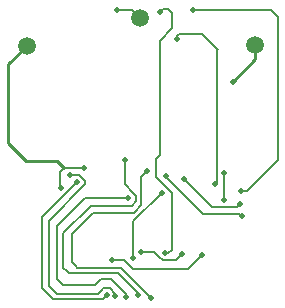
<source format=gbr>
%TF.GenerationSoftware,KiCad,Pcbnew,6.0.7-f9a2dced07~116~ubuntu20.04.1*%
%TF.CreationDate,2022-09-27T22:25:40+02:00*%
%TF.ProjectId,S3-44-to-33-FPC,53332d34-342d-4746-9f2d-33332d465043,1.0*%
%TF.SameCoordinates,Original*%
%TF.FileFunction,Copper,L2,Bot*%
%TF.FilePolarity,Positive*%
%FSLAX46Y46*%
G04 Gerber Fmt 4.6, Leading zero omitted, Abs format (unit mm)*
G04 Created by KiCad (PCBNEW 6.0.7-f9a2dced07~116~ubuntu20.04.1) date 2022-09-27 22:25:40*
%MOMM*%
%LPD*%
G01*
G04 APERTURE LIST*
%TA.AperFunction,SMDPad,CuDef*%
%ADD10C,1.500000*%
%TD*%
%TA.AperFunction,ViaPad*%
%ADD11C,0.500000*%
%TD*%
%TA.AperFunction,Conductor*%
%ADD12C,0.250000*%
%TD*%
%TA.AperFunction,Conductor*%
%ADD13C,0.200000*%
%TD*%
G04 APERTURE END LIST*
D10*
%TO.P,T-20,1,1*%
%TO.N,/-20V*%
X103800000Y-96300000D03*
%TD*%
%TO.P,T+15,1,1*%
%TO.N,/15V*%
X123175000Y-96200000D03*
%TD*%
%TO.P,T_VCOM1,1,1*%
%TO.N,/EP_VCOM*%
X113425000Y-93950000D03*
%TD*%
D11*
%TO.N,/15V*%
X121300000Y-99300000D03*
X120549999Y-107025001D03*
%TO.N,/EP_VCOM*%
X111425000Y-93250000D03*
%TO.N,GND*%
X111025000Y-114425000D03*
X118650000Y-114000000D03*
%TO.N,/EP_CKV*%
X111325000Y-117450000D03*
X107500000Y-107225000D03*
%TO.N,EPD_VDD*%
X119750000Y-108000000D03*
X113525000Y-113725000D03*
X117000000Y-113875000D03*
X116550000Y-95725000D03*
%TO.N,/EP_MODE*%
X108050000Y-107825000D03*
X110600000Y-117375000D03*
%TO.N,/-20V*%
X106725000Y-108325000D03*
X108625000Y-106625000D03*
%TO.N,/EP_VCOM*%
X112425000Y-109150000D03*
X112250000Y-117550000D03*
%TO.N,/EP_D6*%
X112100000Y-105925000D03*
X113250000Y-117375000D03*
%TO.N,/EP_D4*%
X114025000Y-106875000D03*
X114375000Y-117600000D03*
%TO.N,/EP_D2*%
X115250000Y-108725000D03*
X112850000Y-114275000D03*
%TO.N,/EP_D1*%
X115525000Y-113825000D03*
X115075000Y-93375000D03*
%TO.N,/EP_D0*%
X115575000Y-107300000D03*
X122000000Y-110700000D03*
%TO.N,/EP_OE*%
X121875000Y-109675000D03*
X117150000Y-107575000D03*
%TO.N,/EP_CKH*%
X117875000Y-93225000D03*
X121950000Y-108550000D03*
%TO.N,/15V*%
X120550000Y-109300000D03*
%TD*%
D12*
%TO.N,/15V*%
X123175000Y-97425000D02*
X121300000Y-99300000D01*
X123175000Y-96200000D02*
X123175000Y-97425000D01*
D13*
%TO.N,/EP_CKH*%
X117875000Y-93225000D02*
X124475000Y-93225000D01*
X124475000Y-93225000D02*
X125050000Y-93800000D01*
X125050000Y-93800000D02*
X125050000Y-105950000D01*
X125050000Y-105950000D02*
X122450000Y-108550000D01*
X122450000Y-108550000D02*
X121950000Y-108550000D01*
%TO.N,EPD_VDD*%
X118650000Y-95275000D02*
X119887500Y-96512500D01*
X119887500Y-96512500D02*
X119975000Y-96600000D01*
X119750000Y-108000000D02*
X119950000Y-107800000D01*
X119950000Y-107800000D02*
X119950000Y-96575000D01*
X119950000Y-96575000D02*
X119887500Y-96512500D01*
%TO.N,/EP_D1*%
X115075000Y-93375000D02*
X115325000Y-93125000D01*
X114725000Y-105850000D02*
X114725000Y-107350000D01*
X116075000Y-108700000D02*
X116075000Y-113525000D01*
X115325000Y-93125000D02*
X115750000Y-93125000D01*
X115750000Y-93125000D02*
X116100000Y-93475000D01*
X116100000Y-93475000D02*
X116100000Y-94800000D01*
X115075000Y-105500000D02*
X114725000Y-105850000D01*
X116100000Y-94800000D02*
X115075000Y-95825000D01*
X115075000Y-95825000D02*
X115075000Y-105500000D01*
X114725000Y-107350000D02*
X116075000Y-108700000D01*
X116075000Y-113525000D02*
X115775000Y-113825000D01*
X115775000Y-113825000D02*
X115525000Y-113825000D01*
%TO.N,/EP_VCOM*%
X111425000Y-93250000D02*
X112725000Y-93250000D01*
X112725000Y-93250000D02*
X113425000Y-93950000D01*
D12*
%TO.N,/-20V*%
X103775000Y-106000000D02*
X102250000Y-104475000D01*
X102250000Y-104475000D02*
X102250000Y-97850000D01*
X102250000Y-97850000D02*
X103800000Y-96300000D01*
D13*
%TO.N,GND*%
X112025000Y-114425000D02*
X112775000Y-115175000D01*
X111025000Y-114425000D02*
X112025000Y-114425000D01*
X117475000Y-115175000D02*
X118650000Y-114000000D01*
X112775000Y-115175000D02*
X117475000Y-115175000D01*
%TO.N,/EP_CKV*%
X111325000Y-117300000D02*
X111325000Y-117450000D01*
X108775000Y-107750000D02*
X108775000Y-108000000D01*
X109825000Y-117275000D02*
X110175000Y-116925000D01*
X106400000Y-117275000D02*
X109825000Y-117275000D01*
X110175000Y-116925000D02*
X110300000Y-116800000D01*
X105700000Y-116575000D02*
X106400000Y-117275000D01*
X108250000Y-107225000D02*
X108775000Y-107750000D01*
X108250000Y-107225000D02*
X107500000Y-107225000D01*
X110825000Y-116800000D02*
X111325000Y-117300000D01*
X110300000Y-116800000D02*
X110825000Y-116800000D01*
X108775000Y-108000000D02*
X105700000Y-111075000D01*
X105700000Y-111075000D02*
X105700000Y-116575000D01*
%TO.N,EPD_VDD*%
X115325000Y-114450000D02*
X116425000Y-114450000D01*
X116700000Y-95275000D02*
X118650000Y-95275000D01*
X116425000Y-114450000D02*
X117000000Y-113875000D01*
X113525000Y-113725000D02*
X114600000Y-113725000D01*
X116550000Y-95725000D02*
X116550000Y-95425000D01*
X116550000Y-95425000D02*
X116700000Y-95275000D01*
X115050000Y-114175000D02*
X115325000Y-114450000D01*
X114600000Y-113725000D02*
X115050000Y-114175000D01*
%TO.N,/EP_MODE*%
X105125000Y-110750000D02*
X105125000Y-116775000D01*
X108050000Y-107825000D02*
X105125000Y-110750000D01*
X105125000Y-116775000D02*
X106075000Y-117725000D01*
X110250000Y-117725000D02*
X110600000Y-117375000D01*
X106075000Y-117725000D02*
X110250000Y-117725000D01*
%TO.N,/-20V*%
X106625000Y-107375000D02*
X106625000Y-106975000D01*
D12*
X106375000Y-106000000D02*
X107000000Y-106625000D01*
D13*
X107000000Y-106625000D02*
X108625000Y-106625000D01*
X106625000Y-108225000D02*
X106725000Y-108325000D01*
D12*
X103775000Y-106000000D02*
X106375000Y-106000000D01*
D13*
X106975000Y-106625000D02*
X107000000Y-106625000D01*
X106625000Y-107375000D02*
X106625000Y-108225000D01*
X106625000Y-106975000D02*
X106975000Y-106625000D01*
%TO.N,/EP_VCOM*%
X108775000Y-109150000D02*
X112425000Y-109150000D01*
X112250000Y-117300000D02*
X110975000Y-116025000D01*
X110975000Y-116025000D02*
X110075000Y-116025000D01*
X106400000Y-116050000D02*
X106400000Y-111525000D01*
X106400000Y-111525000D02*
X108775000Y-109150000D01*
X109550000Y-116550000D02*
X106900000Y-116550000D01*
X110075000Y-116025000D02*
X109550000Y-116550000D01*
X112250000Y-117550000D02*
X112250000Y-117300000D01*
X106900000Y-116550000D02*
X106400000Y-116050000D01*
%TO.N,/EP_D6*%
X113100000Y-109450000D02*
X112725000Y-109825000D01*
X109250000Y-109825000D02*
X106925000Y-112150000D01*
X112100000Y-108000000D02*
X112925000Y-108825000D01*
X113250000Y-117200000D02*
X113250000Y-117375000D01*
X106925000Y-115050000D02*
X107250000Y-115375000D01*
X111550000Y-115500000D02*
X113250000Y-117200000D01*
X107375000Y-115500000D02*
X111550000Y-115500000D01*
X112100000Y-105925000D02*
X112100000Y-107875000D01*
X107250000Y-115375000D02*
X107375000Y-115500000D01*
X112725000Y-109825000D02*
X109250000Y-109825000D01*
X106925000Y-112150000D02*
X106925000Y-115050000D01*
X113100000Y-109000000D02*
X113100000Y-109450000D01*
X112925000Y-108825000D02*
X113100000Y-109000000D01*
X112100000Y-107875000D02*
X112100000Y-108000000D01*
%TO.N,/EP_D4*%
X113500000Y-109775000D02*
X112950000Y-110325000D01*
X112950000Y-110325000D02*
X112925000Y-110350000D01*
X107625000Y-114575000D02*
X107950000Y-114900000D01*
X112925000Y-110350000D02*
X112875000Y-110400000D01*
X113525000Y-107375000D02*
X113500000Y-107400000D01*
X113600000Y-107300000D02*
X113525000Y-107375000D01*
X107950000Y-114900000D02*
X108100000Y-115050000D01*
X111825000Y-115050000D02*
X114375000Y-117600000D01*
X112875000Y-110400000D02*
X109450000Y-110400000D01*
X109450000Y-110400000D02*
X107625000Y-112225000D01*
X107625000Y-112225000D02*
X107625000Y-114575000D01*
X108100000Y-115050000D02*
X111375000Y-115050000D01*
X114025000Y-106875000D02*
X113650000Y-107250000D01*
X113500000Y-107400000D02*
X113500000Y-109775000D01*
X111375000Y-115050000D02*
X111825000Y-115050000D01*
X113650000Y-107250000D02*
X113600000Y-107300000D01*
%TO.N,/EP_D2*%
X112850000Y-111125000D02*
X112850000Y-114275000D01*
X115250000Y-108725000D02*
X112850000Y-111125000D01*
%TO.N,/EP_D0*%
X116275000Y-108075000D02*
X115575000Y-107375000D01*
X118725000Y-110525000D02*
X116275000Y-108075000D01*
X115575000Y-107375000D02*
X115575000Y-107300000D01*
X122000000Y-110700000D02*
X121825000Y-110525000D01*
X121825000Y-110525000D02*
X118725000Y-110525000D01*
%TO.N,/EP_OE*%
X121875000Y-109675000D02*
X121875000Y-109700000D01*
X119525000Y-109950000D02*
X117150000Y-107575000D01*
X121625000Y-109950000D02*
X119525000Y-109950000D01*
X121875000Y-109700000D02*
X121625000Y-109950000D01*
%TO.N,/15V*%
X120550000Y-109300000D02*
X120549999Y-107025001D01*
%TD*%
M02*

</source>
